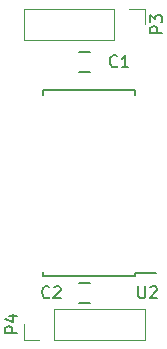
<source format=gto>
G04 #@! TF.FileFunction,Legend,Top*
%FSLAX46Y46*%
G04 Gerber Fmt 4.6, Leading zero omitted, Abs format (unit mm)*
G04 Created by KiCad (PCBNEW 4.0.4-stable) date 12/02/17 16:34:21*
%MOMM*%
%LPD*%
G01*
G04 APERTURE LIST*
%ADD10C,0.100000*%
%ADD11C,0.150000*%
%ADD12C,0.120000*%
G04 APERTURE END LIST*
D10*
D11*
X149090000Y-94400000D02*
X148090000Y-94400000D01*
X148090000Y-96100000D02*
X149090000Y-96100000D01*
X149090000Y-113958000D02*
X148090000Y-113958000D01*
X148090000Y-115658000D02*
X149090000Y-115658000D01*
X152847000Y-113412000D02*
X152847000Y-113137000D01*
X145097000Y-113412000D02*
X145097000Y-113047000D01*
X145097000Y-97662000D02*
X145097000Y-98027000D01*
X152847000Y-97662000D02*
X152847000Y-98027000D01*
X152847000Y-113412000D02*
X145097000Y-113412000D01*
X152847000Y-97662000D02*
X145097000Y-97662000D01*
X152847000Y-113137000D02*
X154672000Y-113137000D01*
D12*
X143450000Y-90745000D02*
X143450000Y-93405000D01*
X151130000Y-90745000D02*
X143450000Y-90745000D01*
X151130000Y-93405000D02*
X143450000Y-93405000D01*
X151130000Y-90745000D02*
X151130000Y-93405000D01*
X152400000Y-90745000D02*
X153730000Y-90745000D01*
X153730000Y-90745000D02*
X153730000Y-92075000D01*
X153730000Y-118805000D02*
X153730000Y-116145000D01*
X146050000Y-118805000D02*
X153730000Y-118805000D01*
X146050000Y-116145000D02*
X153730000Y-116145000D01*
X146050000Y-118805000D02*
X146050000Y-116145000D01*
X144780000Y-118805000D02*
X143450000Y-118805000D01*
X143450000Y-118805000D02*
X143450000Y-117475000D01*
D11*
X151355334Y-95607143D02*
X151307715Y-95654762D01*
X151164858Y-95702381D01*
X151069620Y-95702381D01*
X150926762Y-95654762D01*
X150831524Y-95559524D01*
X150783905Y-95464286D01*
X150736286Y-95273810D01*
X150736286Y-95130952D01*
X150783905Y-94940476D01*
X150831524Y-94845238D01*
X150926762Y-94750000D01*
X151069620Y-94702381D01*
X151164858Y-94702381D01*
X151307715Y-94750000D01*
X151355334Y-94797619D01*
X152307715Y-95702381D02*
X151736286Y-95702381D01*
X152022000Y-95702381D02*
X152022000Y-94702381D01*
X151926762Y-94845238D01*
X151831524Y-94940476D01*
X151736286Y-94988095D01*
X145629334Y-115165143D02*
X145581715Y-115212762D01*
X145438858Y-115260381D01*
X145343620Y-115260381D01*
X145200762Y-115212762D01*
X145105524Y-115117524D01*
X145057905Y-115022286D01*
X145010286Y-114831810D01*
X145010286Y-114688952D01*
X145057905Y-114498476D01*
X145105524Y-114403238D01*
X145200762Y-114308000D01*
X145343620Y-114260381D01*
X145438858Y-114260381D01*
X145581715Y-114308000D01*
X145629334Y-114355619D01*
X146010286Y-114355619D02*
X146057905Y-114308000D01*
X146153143Y-114260381D01*
X146391239Y-114260381D01*
X146486477Y-114308000D01*
X146534096Y-114355619D01*
X146581715Y-114450857D01*
X146581715Y-114546095D01*
X146534096Y-114688952D01*
X145962667Y-115260381D01*
X146581715Y-115260381D01*
X153162095Y-114260381D02*
X153162095Y-115069905D01*
X153209714Y-115165143D01*
X153257333Y-115212762D01*
X153352571Y-115260381D01*
X153543048Y-115260381D01*
X153638286Y-115212762D01*
X153685905Y-115165143D01*
X153733524Y-115069905D01*
X153733524Y-114260381D01*
X154162095Y-114355619D02*
X154209714Y-114308000D01*
X154304952Y-114260381D01*
X154543048Y-114260381D01*
X154638286Y-114308000D01*
X154685905Y-114355619D01*
X154733524Y-114450857D01*
X154733524Y-114546095D01*
X154685905Y-114688952D01*
X154114476Y-115260381D01*
X154733524Y-115260381D01*
X155182381Y-92813095D02*
X154182381Y-92813095D01*
X154182381Y-92432142D01*
X154230000Y-92336904D01*
X154277619Y-92289285D01*
X154372857Y-92241666D01*
X154515714Y-92241666D01*
X154610952Y-92289285D01*
X154658571Y-92336904D01*
X154706190Y-92432142D01*
X154706190Y-92813095D01*
X154182381Y-91908333D02*
X154182381Y-91289285D01*
X154563333Y-91622619D01*
X154563333Y-91479761D01*
X154610952Y-91384523D01*
X154658571Y-91336904D01*
X154753810Y-91289285D01*
X154991905Y-91289285D01*
X155087143Y-91336904D01*
X155134762Y-91384523D01*
X155182381Y-91479761D01*
X155182381Y-91765476D01*
X155134762Y-91860714D01*
X155087143Y-91908333D01*
X142902381Y-118213095D02*
X141902381Y-118213095D01*
X141902381Y-117832142D01*
X141950000Y-117736904D01*
X141997619Y-117689285D01*
X142092857Y-117641666D01*
X142235714Y-117641666D01*
X142330952Y-117689285D01*
X142378571Y-117736904D01*
X142426190Y-117832142D01*
X142426190Y-118213095D01*
X142235714Y-116784523D02*
X142902381Y-116784523D01*
X141854762Y-117022619D02*
X142569048Y-117260714D01*
X142569048Y-116641666D01*
M02*

</source>
